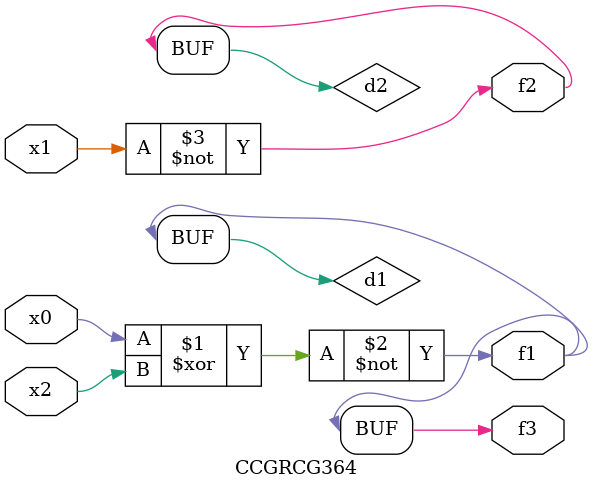
<source format=v>
module CCGRCG364(
	input x0, x1, x2,
	output f1, f2, f3
);

	wire d1, d2, d3;

	xnor (d1, x0, x2);
	nand (d2, x1);
	nor (d3, x1, x2);
	assign f1 = d1;
	assign f2 = d2;
	assign f3 = d1;
endmodule

</source>
